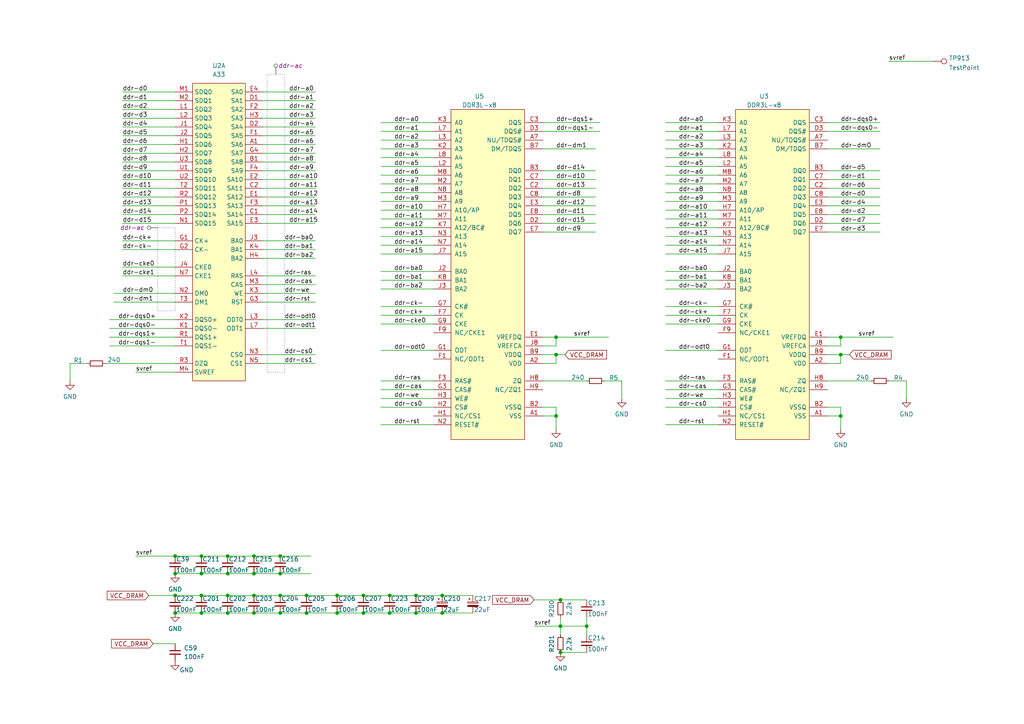
<source format=kicad_sch>
(kicad_sch (version 20250114) (generator "eeschema") (generator_version "9.0")
  (paper "A4")
  (rectangle (start 45.72 66.04) (end 50.8 90.17) (stroke (width 0) (type dot)))
  (rectangle (start 77.47 21.59) (end 82.55 107.95) (stroke (width 0) (type dot)))
  (junction (at 120.65 172.72))
  (junction (at 105.41 177.8))
  (junction (at 81.28 161.29))
  (junction (at 73.66 166.37))
  (junction (at 162.56 173.99))
  (junction (at 58.42 166.37))
  (junction (at 88.9 177.8))
  (junction (at 66.04 161.29))
  (junction (at 81.28 177.8))
  (junction (at 161.29 97.79))
  (junction (at 243.84 97.79))
  (junction (at 120.65 177.8))
  (junction (at 50.8 166.37))
  (junction (at 58.42 161.29))
  (junction (at 66.04 172.72))
  (junction (at 128.27 177.8))
  (junction (at 243.84 120.65))
  (junction (at 162.56 181.61))
  (junction (at 81.28 172.72))
  (junction (at 66.04 177.8))
  (junction (at 81.28 166.37))
  (junction (at 113.03 177.8))
  (junction (at 128.27 172.72))
  (junction (at 66.04 166.37))
  (junction (at 243.84 102.87))
  (junction (at 88.9 172.72))
  (junction (at 97.79 172.72))
  (junction (at 161.29 120.65))
  (junction (at 58.42 177.8))
  (junction (at 50.8 172.72))
  (junction (at 73.66 177.8))
  (junction (at 161.29 102.87))
  (junction (at 58.42 172.72))
  (junction (at 113.03 172.72))
  (junction (at 73.66 161.29))
  (junction (at 105.41 172.72))
  (junction (at 170.18 181.61))
  (junction (at 73.66 172.72))
  (junction (at 162.56 189.23))
  (junction (at 97.79 177.8))
  (junction (at 50.8 161.29))
  (junction (at 50.8 177.8))
  (wire (pts (xy 130.81 -40.64) (xy 146.05 -40.64)))
  (wire (pts (xy 76.2 62.23) (xy 91.44 62.23)))
  (wire (pts (xy 33.02 85.09) (xy 50.8 85.09)))
  (wire (pts (xy 240.03 118.11) (xy 243.84 118.11)))
  (wire (pts (xy 76.2 69.85) (xy 91.44 69.85)))
  (wire (pts (xy 193.04 35.56) (xy 208.28 35.56)))
  (wire (pts (xy 76.2 74.93) (xy 91.44 74.93)))
  (wire (pts (xy 157.48 105.41) (xy 161.29 105.41)))
  (wire (pts (xy 73.66 177.8) (xy 81.28 177.8)))
  (wire (pts (xy 110.49 35.56) (xy 125.73 35.56)))
  (wire (pts (xy 76.2 26.67) (xy 91.44 26.67)))
  (wire (pts (xy 157.48 97.79) (xy 161.29 97.79)))
  (wire (pts (xy 35.56 80.01) (xy 50.8 80.01)))
  (wire (pts (xy 130.81 -27.94) (xy 146.05 -27.94)))
  (wire (pts (xy 157.48 110.49) (xy 170.18 110.49)))
  (wire (pts (xy 110.49 115.57) (xy 125.73 115.57)))
  (wire (pts (xy 31.75 97.79) (xy 50.8 97.79)))
  (wire (pts (xy 120.65 177.8) (xy 128.27 177.8)))
  (wire (pts (xy 157.48 118.11) (xy 161.29 118.11)))
  (wire (pts (xy 35.56 72.39) (xy 50.8 72.39)))
  (wire (pts (xy 110.49 60.96) (xy 125.73 60.96)))
  (wire (pts (xy 240.03 97.79) (xy 243.84 97.79)))
  (wire (pts (xy 31.75 100.33) (xy 50.8 100.33)))
  (wire (pts (xy 243.84 105.41) (xy 243.84 102.87)))
  (wire (pts (xy 110.49 110.49) (xy 125.73 110.49)))
  (wire (pts (xy 35.56 26.67) (xy 50.8 26.67)))
  (wire (pts (xy 130.81 -43.18) (xy 146.05 -43.18)))
  (wire (pts (xy 170.18 179.07) (xy 170.18 181.61)))
  (wire (pts (xy 162.56 189.23) (xy 170.18 189.23)))
  (wire (pts (xy 110.49 66.04) (xy 125.73 66.04)))
  (wire (pts (xy 76.2 87.63) (xy 91.44 87.63)))
  (wire (pts (xy 30.48 105.41) (xy 50.8 105.41)))
  (wire (pts (xy 193.04 66.04) (xy 208.28 66.04)))
  (wire (pts (xy 193.04 38.1) (xy 208.28 38.1)))
  (wire (pts (xy 240.03 102.87) (xy 243.84 102.87)))
  (wire (pts (xy 110.49 113.03) (xy 125.73 113.03)))
  (wire (pts (xy 193.04 43.18) (xy 208.28 43.18)))
  (wire (pts (xy 154.94 181.61) (xy 162.56 181.61)))
  (wire (pts (xy 130.81 -33.02) (xy 146.05 -33.02)))
  (wire (pts (xy 50.8 177.8) (xy 58.42 177.8)))
  (wire (pts (xy 161.29 118.11) (xy 161.29 120.65)))
  (wire (pts (xy 35.56 46.99) (xy 50.8 46.99)))
  (wire (pts (xy 180.34 110.49) (xy 180.34 115.57)))
  (wire (pts (xy 66.04 177.8) (xy 73.66 177.8)))
  (wire (pts (xy 193.04 71.12) (xy 208.28 71.12)))
  (wire (pts (xy 193.04 60.96) (xy 208.28 60.96)))
  (wire (pts (xy 35.56 57.15) (xy 50.8 57.15)))
  (wire (pts (xy 240.03 64.77) (xy 255.27 64.77)))
  (wire (pts (xy 162.56 181.61) (xy 170.18 181.61)))
  (wire (pts (xy 113.03 177.8) (xy 120.65 177.8)))
  (wire (pts (xy 66.04 161.29) (xy 73.66 161.29)))
  (wire (pts (xy 76.2 80.01) (xy 91.44 80.01)))
  (wire (pts (xy 110.49 101.6) (xy 125.73 101.6)))
  (wire (pts (xy 240.03 43.18) (xy 255.27 43.18)))
  (wire (pts (xy 76.2 39.37) (xy 91.44 39.37)))
  (wire (pts (xy 130.81 -45.72) (xy 146.05 -45.72)))
  (wire (pts (xy 193.04 93.98) (xy 208.28 93.98)))
  (wire (pts (xy 35.56 69.85) (xy 50.8 69.85)))
  (wire (pts (xy 120.65 172.72) (xy 128.27 172.72)))
  (wire (pts (xy 35.56 36.83) (xy 50.8 36.83)))
  (wire (pts (xy 35.56 39.37) (xy 50.8 39.37)))
  (wire (pts (xy 43.18 172.72) (xy 50.8 172.72)))
  (wire (pts (xy 73.66 161.29) (xy 81.28 161.29)))
  (wire (pts (xy 35.56 52.07) (xy 50.8 52.07)))
  (wire (pts (xy 110.49 40.64) (xy 125.73 40.64)))
  (wire (pts (xy 157.48 35.56) (xy 173.99 35.56)))
  (wire (pts (xy 193.04 48.26) (xy 208.28 48.26)))
  (wire (pts (xy 243.84 120.65) (xy 243.84 124.46)))
  (wire (pts (xy 240.03 59.69) (xy 255.27 59.69)))
  (wire (pts (xy 193.04 101.6) (xy 208.28 101.6)))
  (wire (pts (xy 130.81 -25.4) (xy 146.05 -25.4)))
  (wire (pts (xy 73.66 166.37) (xy 81.28 166.37)))
  (wire (pts (xy 76.2 102.87) (xy 91.44 102.87)))
  (wire (pts (xy 157.48 54.61) (xy 172.72 54.61)))
  (wire (pts (xy 193.04 115.57) (xy 208.28 115.57)))
  (wire (pts (xy 110.49 68.58) (xy 125.73 68.58)))
  (wire (pts (xy 110.49 81.28) (xy 125.73 81.28)))
  (wire (pts (xy 39.37 161.29) (xy 50.8 161.29)))
  (wire (pts (xy 154.94 173.99) (xy 162.56 173.99)))
  (wire (pts (xy 193.04 68.58) (xy 208.28 68.58)))
  (wire (pts (xy 58.42 161.29) (xy 66.04 161.29)))
  (wire (pts (xy 193.04 53.34) (xy 208.28 53.34)))
  (wire (pts (xy 130.81 -66.04) (xy 146.05 -66.04)))
  (wire (pts (xy 157.48 57.15) (xy 172.72 57.15)))
  (wire (pts (xy 66.04 166.37) (xy 73.66 166.37)))
  (wire (pts (xy 50.8 166.37) (xy 58.42 166.37)))
  (wire (pts (xy 193.04 63.5) (xy 208.28 63.5)))
  (wire (pts (xy 193.04 81.28) (xy 208.28 81.28)))
  (wire (pts (xy 97.79 172.72) (xy 105.41 172.72)))
  (wire (pts (xy 240.03 57.15) (xy 255.27 57.15)))
  (wire (pts (xy 110.49 50.8) (xy 125.73 50.8)))
  (wire (pts (xy 76.2 34.29) (xy 91.44 34.29)))
  (wire (pts (xy 33.02 87.63) (xy 50.8 87.63)))
  (wire (pts (xy 243.84 118.11) (xy 243.84 120.65)))
  (wire (pts (xy 39.37 107.95) (xy 50.8 107.95)))
  (wire (pts (xy 110.49 43.18) (xy 125.73 43.18)))
  (wire (pts (xy 240.03 49.53) (xy 255.27 49.53)))
  (wire (pts (xy 31.75 95.25) (xy 50.8 95.25)))
  (wire (pts (xy 76.2 57.15) (xy 91.44 57.15)))
  (wire (pts (xy 88.9 172.72) (xy 97.79 172.72)))
  (wire (pts (xy 76.2 54.61) (xy 91.44 54.61)))
  (wire (pts (xy 76.2 59.69) (xy 91.44 59.69)))
  (wire (pts (xy 76.2 95.25) (xy 91.44 95.25)))
  (wire (pts (xy 110.49 118.11) (xy 125.73 118.11)))
  (wire (pts (xy 193.04 91.44) (xy 208.28 91.44)))
  (wire (pts (xy 110.49 48.26) (xy 125.73 48.26)))
  (wire (pts (xy 243.84 100.33) (xy 243.84 97.79)))
  (wire (pts (xy 157.48 64.77) (xy 172.72 64.77)))
  (wire (pts (xy 110.49 83.82) (xy 125.73 83.82)))
  (wire (pts (xy 110.49 45.72) (xy 125.73 45.72)))
  (wire (pts (xy 105.41 177.8) (xy 113.03 177.8)))
  (wire (pts (xy 193.04 55.88) (xy 208.28 55.88)))
  (wire (pts (xy 240.03 100.33) (xy 243.84 100.33)))
  (wire (pts (xy 162.56 173.99) (xy 170.18 173.99)))
  (wire (pts (xy 240.03 110.49) (xy 252.73 110.49)))
  (wire (pts (xy 76.2 85.09) (xy 91.44 85.09)))
  (wire (pts (xy 193.04 83.82) (xy 208.28 83.82)))
  (wire (pts (xy 257.81 110.49) (xy 262.89 110.49)))
  (wire (pts (xy 157.48 62.23) (xy 172.72 62.23)))
  (wire (pts (xy 35.56 31.75) (xy 50.8 31.75)))
  (wire (pts (xy 157.48 52.07) (xy 172.72 52.07)))
  (wire (pts (xy 76.2 92.71) (xy 91.44 92.71)))
  (wire (pts (xy 76.2 64.77) (xy 91.44 64.77)))
  (wire (pts (xy 76.2 29.21) (xy 91.44 29.21)))
  (wire (pts (xy 240.03 62.23) (xy 255.27 62.23)))
  (wire (pts (xy 35.56 34.29) (xy 50.8 34.29)))
  (wire (pts (xy 66.04 172.72) (xy 73.66 172.72)))
  (wire (pts (xy 193.04 110.49) (xy 208.28 110.49)))
  (wire (pts (xy 110.49 93.98) (xy 125.73 93.98)))
  (wire (pts (xy 110.49 53.34) (xy 125.73 53.34)))
  (wire (pts (xy 35.56 59.69) (xy 50.8 59.69)))
  (wire (pts (xy 110.49 55.88) (xy 125.73 55.88)))
  (wire (pts (xy 130.81 -30.48) (xy 146.05 -30.48)))
  (wire (pts (xy 157.48 43.18) (xy 172.72 43.18)))
  (wire (pts (xy 35.56 49.53) (xy 50.8 49.53)))
  (wire (pts (xy 243.84 102.87) (xy 246.38 102.87)))
  (wire (pts (xy 81.28 177.8) (xy 88.9 177.8)))
  (wire (pts (xy 35.56 29.21) (xy 50.8 29.21)))
  (wire (pts (xy 240.03 54.61) (xy 255.27 54.61)))
  (wire (pts (xy 76.2 49.53) (xy 91.44 49.53)))
  (wire (pts (xy 76.2 36.83) (xy 91.44 36.83)))
  (wire (pts (xy 58.42 177.8) (xy 66.04 177.8)))
  (wire (pts (xy 193.04 123.19) (xy 208.28 123.19)))
  (wire (pts (xy 105.41 172.72) (xy 113.03 172.72)))
  (wire (pts (xy 58.42 166.37) (xy 66.04 166.37)))
  (wire (pts (xy 110.49 78.74) (xy 125.73 78.74)))
  (wire (pts (xy 193.04 73.66) (xy 208.28 73.66)))
  (wire (pts (xy 110.49 123.19) (xy 125.73 123.19)))
  (wire (pts (xy 35.56 77.47) (xy 50.8 77.47)))
  (wire (pts (xy 76.2 72.39) (xy 91.44 72.39)))
  (wire (pts (xy 175.26 110.49) (xy 180.34 110.49)))
  (wire (pts (xy 20.32 105.41) (xy 20.32 110.49)))
  (wire (pts (xy 128.27 177.8) (xy 137.16 177.8)))
  (wire (pts (xy 35.56 54.61) (xy 50.8 54.61)))
  (wire (pts (xy 240.03 105.41) (xy 243.84 105.41)))
  (wire (pts (xy 35.56 62.23) (xy 50.8 62.23)))
  (wire (pts (xy 81.28 161.29) (xy 90.17 161.29)))
  (wire (pts (xy 128.27 172.72) (xy 137.16 172.72)))
  (wire (pts (xy 88.9 177.8) (xy 97.79 177.8)))
  (wire (pts (xy 35.56 44.45) (xy 50.8 44.45)))
  (wire (pts (xy 161.29 100.33) (xy 161.29 97.79)))
  (wire (pts (xy 157.48 38.1) (xy 173.99 38.1)))
  (wire (pts (xy 130.81 -35.56) (xy 146.05 -35.56)))
  (wire (pts (xy 35.56 64.77) (xy 50.8 64.77)))
  (wire (pts (xy 81.28 166.37) (xy 90.17 166.37)))
  (wire (pts (xy 193.04 88.9) (xy 208.28 88.9)))
  (wire (pts (xy 81.28 172.72) (xy 88.9 172.72)))
  (wire (pts (xy 193.04 50.8) (xy 208.28 50.8)))
  (wire (pts (xy 50.8 172.72) (xy 58.42 172.72)))
  (wire (pts (xy 240.03 67.31) (xy 255.27 67.31)))
  (wire (pts (xy 110.49 58.42) (xy 125.73 58.42)))
  (wire (pts (xy 193.04 58.42) (xy 208.28 58.42)))
  (wire (pts (xy 113.03 172.72) (xy 120.65 172.72)))
  (wire (pts (xy 193.04 118.11) (xy 208.28 118.11)))
  (wire (pts (xy 130.81 -38.1) (xy 146.05 -38.1)))
  (wire (pts (xy 31.75 92.71) (xy 50.8 92.71)))
  (wire (pts (xy 110.49 63.5) (xy 125.73 63.5)))
  (wire (pts (xy 162.56 181.61) (xy 162.56 184.15)))
  (wire (pts (xy 76.2 41.91) (xy 91.44 41.91)))
  (wire (pts (xy 161.29 102.87) (xy 163.83 102.87)))
  (wire (pts (xy 157.48 67.31) (xy 172.72 67.31)))
  (wire (pts (xy 193.04 40.64) (xy 208.28 40.64)))
  (wire (pts (xy 157.48 102.87) (xy 161.29 102.87)))
  (wire (pts (xy 130.81 -60.96) (xy 146.05 -60.96)))
  (wire (pts (xy 193.04 45.72) (xy 208.28 45.72)))
  (wire (pts (xy 161.29 105.41) (xy 161.29 102.87)))
  (wire (pts (xy 162.56 179.07) (xy 162.56 181.61)))
  (wire (pts (xy 157.48 100.33) (xy 161.29 100.33)))
  (wire (pts (xy 193.04 78.74) (xy 208.28 78.74)))
  (wire (pts (xy 243.84 97.79) (xy 259.08 97.79)))
  (wire (pts (xy 44.45 186.69) (xy 50.8 186.69)))
  (wire (pts (xy 110.49 91.44) (xy 125.73 91.44)))
  (wire (pts (xy 110.49 88.9) (xy 125.73 88.9)))
  (wire (pts (xy 193.04 113.03) (xy 208.28 113.03)))
  (wire (pts (xy 76.2 52.07) (xy 91.44 52.07)))
  (wire (pts (xy 76.2 46.99) (xy 91.44 46.99)))
  (wire (pts (xy 73.66 172.72) (xy 81.28 172.72)))
  (wire (pts (xy 240.03 38.1) (xy 255.27 38.1)))
  (wire (pts (xy 35.56 41.91) (xy 50.8 41.91)))
  (wire (pts (xy 110.49 71.12) (xy 125.73 71.12)))
  (wire (pts (xy 240.03 120.65) (xy 243.84 120.65)))
  (wire (pts (xy 240.03 35.56) (xy 255.27 35.56)))
  (wire (pts (xy 157.48 49.53) (xy 172.72 49.53)))
  (wire (pts (xy 161.29 120.65) (xy 161.29 124.46)))
  (wire (pts (xy 130.81 -63.5) (xy 146.05 -63.5)))
  (wire (pts (xy 58.42 172.72) (xy 66.04 172.72)))
  (wire (pts (xy 76.2 31.75) (xy 91.44 31.75)))
  (wire (pts (xy 25.4 105.41) (xy 20.32 105.41)))
  (wire (pts (xy 257.81 17.78) (xy 270.51 17.78)))
  (wire (pts (xy 240.03 52.07) (xy 255.27 52.07)))
  (wire (pts (xy 76.2 44.45) (xy 91.44 44.45)))
  (wire (pts (xy 76.2 105.41) (xy 91.44 105.41)))
  (wire (pts (xy 161.29 97.79) (xy 176.53 97.79)))
  (wire (pts (xy 110.49 73.66) (xy 125.73 73.66)))
  (wire (pts (xy 110.49 38.1) (xy 125.73 38.1)))
  (wire (pts (xy 262.89 110.49) (xy 262.89 115.57)))
  (wire (pts (xy 157.48 120.65) (xy 161.29 120.65)))
  (wire (pts (xy 170.18 184.15) (xy 170.18 181.61)))
  (wire (pts (xy 97.79 177.8) (xy 105.41 177.8)))
  (wire (pts (xy 76.2 82.55) (xy 91.44 82.55)))
  (wire (pts (xy 157.48 59.69) (xy 172.72 59.69)))
  (wire (pts (xy 50.8 161.29) (xy 58.42 161.29)))
  (label "ddr-ba0" (at 134.62 -66.04 0))
  (label "ddr-a3" (at 196.85 43.18 0))
  (label "ddr-a1" (at 196.85 38.1 0))
  (label "ddr-ras" (at 82.55 80.01 0))
  (label "ddr-a14" (at 114.3 71.12 0))
  (label "ddr-dqs0-" (at 34.29 95.25 0))
  (label "ddr-ck+" (at 196.85 91.44 0))
  (label "ddr-rst" (at 114.3 123.19 0))
  (label "ddr-dm1" (at 161.29 43.18 0))
  (label "ddr-dqs0-" (at 243.84 38.1 0))
  (label "ddr-cke1" (at 35.56 80.01 0))
  (label "ddr-a4" (at 196.85 45.72 0))
  (label "ddr-a8" (at 196.85 55.88 0))
  (label "ddr-d0" (at 243.84 57.15 0))
  (label "ddr-d13" (at 161.29 54.61 0))
  (label "ddr-d10" (at 35.56 52.07 0))
  (label "ddr-rst" (at 134.62 -45.72 0))
  (label "ddr-ras" (at 114.3 110.49 0))
  (label "ddr-we" (at 114.3 115.57 0))
  (label "svref" (at 39.37 107.95 0))
  (label "ddr-ras" (at 133.35 -35.56 0))
  (label "ddr-cas" (at 114.3 113.03 0))
  (label "ddr-we" (at 82.55 85.09 0))
  (label "ddr-d7" (at 243.84 64.77 0))
  (label "ddr-rst" (at 82.55 87.63 0))
  (label "ddr-d3" (at 243.84 67.31 0))
  (label "ddr-d11" (at 35.56 54.61 0))
  (label "ddr-cs0" (at 196.85 118.11 0))
  (label "ddr-d2" (at 35.56 31.75 0))
  (label "ddr-a5" (at 196.85 48.26 0))
  (label "ddr-d1" (at 243.84 52.07 0))
  (label "ddr-ba1" (at 134.62 -63.5 0))
  (label "ddr-cas" (at 133.35 -38.1 0))
  (label "ddr-a13" (at 114.3 68.58 0))
  (label "ddr-d7" (at 35.56 44.45 0))
  (label "ddr-dm1" (at 35.56 87.63 0))
  (label "ddr-cs0" (at 82.55 102.87 0))
  (label "ddr-a13" (at 83.82 59.69 0))
  (label "ddr-ba0" (at 82.55 69.85 0))
  (label "ddr-cke0" (at 114.3 93.98 0))
  (label "ddr-a7" (at 83.82 44.45 0))
  (label "ddr-a6" (at 114.3 50.8 0))
  (label "ddr-a2" (at 83.82 31.75 0))
  (label "ddr-ba0" (at 196.85 78.74 0))
  (label "ddr-odt0" (at 196.85 101.6 0))
  (label "ddr-a3" (at 83.82 34.29 0))
  (label "ddr-a8" (at 114.3 55.88 0))
  (label "ddr-d1" (at 35.56 29.21 0))
  (label "ddr-a4" (at 83.82 36.83 0))
  (label "ddr-a6" (at 83.82 41.91 0))
  (label "ddr-d11" (at 161.29 62.23 0))
  (label "ddr-a1" (at 83.82 29.21 0))
  (label "ddr-a11" (at 196.85 63.5 0))
  (label "ddr-ck-" (at 114.3 88.9 0))
  (label "ddr-cas" (at 82.55 82.55 0))
  (label "ddr-a7" (at 196.85 53.34 0))
  (label "ddr-a6" (at 196.85 50.8 0))
  (label "ddr-a15" (at 83.82 64.77 0))
  (label "ddr-dqs1+" (at 34.29 97.79 0))
  (label "ddr-ba1" (at 114.3 81.28 0))
  (label "ddr-a10" (at 83.82 52.07 0))
  (label "ddr-ras" (at 196.85 110.49 0))
  (label "ddr-d14" (at 161.29 49.53 0))
  (label "ddr-a1" (at 114.3 38.1 0))
  (label "ddr-a3" (at 114.3 43.18 0))
  (label "ddr-a12" (at 196.85 66.04 0))
  (label "ddr-d5" (at 243.84 49.53 0))
  (label "ddr-a0" (at 83.82 26.67 0))
  (label "ddr-ck+" (at 35.56 69.85 0))
  (label "ddr-ba2" (at 134.62 -60.96 0))
  (label "ddr-d5" (at 35.56 39.37 0))
  (label "ddr-a11" (at 114.3 63.5 0))
  (label "ddr-odt1" (at 82.55 95.25 0))
  (label "ddr-cke0" (at 196.85 93.98 0))
  (label "ddr-d6" (at 35.56 41.91 0))
  (label "ddr-rst" (at 196.85 123.19 0))
  (label "ddr-a0" (at 114.3 35.56 0))
  (label "ddr-dqs1-" (at 34.29 100.33 0))
  (label "ddr-a8" (at 83.82 46.99 0))
  (label "ddr-a13" (at 196.85 68.58 0))
  (label "ddr-dqs1-" (at 161.29 38.1 0))
  (label "ddr-a14" (at 83.82 62.23 0))
  (label "ddr-ck-" (at 35.56 72.39 0))
  (label "ddr-dqs0+" (at 34.29 92.71 0))
  (label "ddr-dqs0+" (at 243.84 35.56 0))
  (label "ddr-a10" (at 196.85 60.96 0))
  (label "ddr-a14" (at 196.85 71.12 0))
  (label "ddr-odt0" (at 114.3 101.6 0))
  (label "ddr-dm0" (at 35.56 85.09 0))
  (label "ddr-a10" (at 114.3 60.96 0))
  (label "ddr-a9" (at 114.3 58.42 0))
  (label "ddr-d12" (at 161.29 59.69 0))
  (label "svref" (at 248.92 97.79 0))
  (label "ddr-ck-" (at 134.62 -27.94 0))
  (label "svref" (at 39.37 161.29 0))
  (label "ddr-dqs1+" (at 161.29 35.56 0))
  (label "ddr-d9" (at 35.56 49.53 0))
  (label "ddr-a2" (at 114.3 40.64 0))
  (label "ddr-cs0" (at 114.3 118.11 0))
  (label "ddr-ba1" (at 82.55 72.39 0))
  (label "ddr-dm0" (at 243.84 43.18 0))
  (label "ddr-a5" (at 114.3 48.26 0))
  (label "ddr-a15" (at 114.3 73.66 0))
  (label "ddr-ck+" (at 134.62 -30.48 0))
  (label "ddr-d10" (at 161.29 52.07 0))
  (label "ddr-a5" (at 83.82 39.37 0))
  (label "ddr-cs1" (at 82.55 105.41 0))
  (label "ddr-ba0" (at 114.3 78.74 0))
  (label "ddr-a7" (at 114.3 53.34 0))
  (label "ddr-a0" (at 196.85 35.56 0))
  (label "ddr-d9" (at 161.29 67.31 0))
  (label "ddr-a12" (at 114.3 66.04 0))
  (label "svref" (at 154.94 181.61 0))
  (label "ddr-d15" (at 161.29 64.77 0))
  (label "ddr-we" (at 133.35 -40.64 0))
  (label "ddr-a12" (at 83.82 57.15 0))
  (label "ddr-a9" (at 196.85 58.42 0))
  (label "ddr-ba2" (at 114.3 83.82 0))
  (label "ddr-a9" (at 83.82 49.53 0))
  (label "ddr-cs1" (at 134.62 -43.18 0))
  (label "ddr-a4" (at 114.3 45.72 0))
  (label "ddr-d0" (at 35.56 26.67 0))
  (label "ddr-d6" (at 243.84 54.61 0))
  (label "ddr-we" (at 196.85 115.57 0))
  (label "ddr-d4" (at 35.56 36.83 0))
  (label "ddr-cke0" (at 35.56 77.47 0))
  (label "ddr-d8" (at 161.29 57.15 0))
  (label "ddr-cas" (at 196.85 113.03 0))
  (label "ddr-ba1" (at 196.85 81.28 0))
  (label "ddr-d4" (at 243.84 59.69 0))
  (label "ddr-d2" (at 243.84 62.23 0))
  (label "svref" (at 257.81 17.78 0))
  (label "ddr-d15" (at 35.56 64.77 0))
  (label "ddr-ck+" (at 114.3 91.44 0))
  (label "ddr-d13" (at 35.56 59.69 0))
  (label "ddr-ba2" (at 82.55 74.93 0))
  (label "svref" (at 166.37 97.79 0))
  (label "ddr-d12" (at 35.56 57.15 0))
  (label "ddr-a2" (at 196.85 40.64 0))
  (label "ddr-a11" (at 83.82 54.61 0))
  (label "ddr-d14" (at 35.56 62.23 0))
  (label "ddr-d8" (at 35.56 46.99 0))
  (label "ddr-ba2" (at 196.85 83.82 0))
  (label "ddr-odt0" (at 82.55 92.71 0))
  (label "ddr-ck-" (at 196.85 88.9 0))
  (label "ddr-d3" (at 35.56 34.29 0))
  (label "ddr-a15" (at 196.85 73.66 0))
  (global_label "VCC_DRAM" (shape input) (at 43.18 172.72 180) (property "Intersheetrefs" "${INTERSHEET_REFS}" (effects (hide yes))))
  (global_label "VCC_DRAM" (shape input) (at 163.83 102.87 0) (property "Intersheetrefs" "${INTERSHEET_REFS}" (effects (hide yes))))
  (global_label "VCC_DRAM" (shape input) (at 154.94 173.99 180) (property "Intersheetrefs" "${INTERSHEET_REFS}" (effects (hide yes))))
  (global_label "VCC_DRAM" (shape input) (at 246.38 102.87 0) (property "Intersheetrefs" "${INTERSHEET_REFS}" (effects (hide yes))))
  (global_label "VCC_DRAM" (shape input) (at 44.45 186.69 180) (property "Intersheetrefs" "${INTERSHEET_REFS}" (effects (hide yes))))
  (netclass_flag "" (length 2.54) (shape round) (at 45.72 66.04 90) (property "Netclass" "ddr-ac" (at 34.798 66.04 0) (effects (font (italic yes)) (justify left))))
  (netclass_flag "" (length 2.54) (shape round) (at 80.01 21.59 0) (property "Netclass" "ddr-ac" (at 80.7085 19.05 0) (effects (font (italic yes)) (justify left))))
  (symbol (lib_id "Device:C_Polarized_Small") (at 137.16 175.26 0) (unit 1)
    (property "Reference" "C217" (at 137.4351 173.6334 0) (effects (justify left)))
    (property "Value" "22uF" (at 137.3866 176.8195 0) (effects (justify left)))
    (property "Footprint" "Capacitor_Tantalum_SMD:CP_EIA-2012-15_AVX-P" (effects (hide yes)))
  )
  (symbol (lib_id "allwinner:A33") (at 63.5 24.13 0) (unit 1)
    (property "Reference" "U2" (at 63.5 19.05 0))
    (property "Value" "A33" (at 63.5 21.59 0))
    (property "Footprint" "allwinner:BGA-282_17x17_14.0x14.0mm" (effects (hide yes)))
  )
  (symbol (lib_id "Device:C_Small") (at 105.41 175.26 0) (unit 1)
    (property "Reference" "C207" (at 105.6851 173.6334 0) (effects (justify left)))
    (property "Value" "100nF" (at 105.6366 176.8195 0) (effects (justify left)))
    (property "Footprint" "Capacitor_SMD:C_0402_1005Metric" (effects (hide yes)))
  )
  (symbol (lib_id "Device:C_Small") (at 120.65 175.26 0) (unit 1)
    (property "Reference" "C209" (at 120.9251 173.6334 0) (effects (justify left)))
    (property "Value" "100nF" (at 120.8766 176.8195 0) (effects (justify left)))
    (property "Footprint" "Capacitor_SMD:C_0402_1005Metric" (effects (hide yes)))
  )
  (symbol (lib_id "power:GND") (at 262.89 115.57 0) (mirror y) (unit 1)
    (property "Reference" "#PWR020" (effects (hide yes)))
    (property "Value" "GND" (at 262.89 120.1326 0))
  )
  (symbol (lib_id "Device:C_Small") (at 97.79 175.26 0) (unit 1)
    (property "Reference" "C206" (at 98.0651 173.6334 0) (effects (justify left)))
    (property "Value" "100nF" (at 98.0166 176.8195 0) (effects (justify left)))
    (property "Footprint" "Capacitor_SMD:C_0402_1005Metric" (effects (hide yes)))
  )
  (symbol (lib_id "power:GND") (at 180.34 115.57 0) (mirror y) (unit 1)
    (property "Reference" "#PWR041" (effects (hide yes)))
    (property "Value" "GND" (at 180.34 120.1326 0))
  )
  (symbol (lib_id "Device:R_Small") (at 255.27 110.49 270) (mirror x) (unit 1)
    (property "Reference" "R4" (at 260.5427 109.5898 90))
    (property "Value" "240" (at 250.1461 109.4685 90))
    (property "Footprint" "Resistor_SMD:R_0402_1005Metric" (effects (hide yes)))
  )
  (symbol (lib_id "Device:C_Small") (at 113.03 175.26 0) (unit 1)
    (property "Reference" "C223" (at 113.3051 173.6334 0) (effects (justify left)))
    (property "Value" "100nF" (at 113.2566 176.8195 0) (effects (justify left)))
    (property "Footprint" "Capacitor_SMD:C_0402_1005Metric" (effects (hide yes)))
  )
  (symbol (lib_id "Device:R_Small") (at 27.94 105.41 90) (unit 1)
    (property "Reference" "R1" (at 22.6673 104.5098 90))
    (property "Value" "240" (at 33.0639 104.3885 90))
    (property "Footprint" "Resistor_SMD:R_0402_1005Metric" (effects (hide yes)))
  )
  (symbol (lib_id "Device:R_Small") (at 162.56 176.53 180) (unit 1)
    (property "Reference" "R200" (at 160.02 176.53 90))
    (property "Value" "2.2k" (at 165.1 176.53 90))
    (property "Footprint" "Resistor_SMD:R_0402_1005Metric" (effects (hide yes)))
  )
  (symbol (lib_id "Device:C_Small") (at 58.42 163.83 0) (unit 1)
    (property "Reference" "C211" (at 58.6951 162.2034 0) (effects (justify left)))
    (property "Value" "100nF" (at 58.6466 165.3895 0) (effects (justify left)))
    (property "Footprint" "Capacitor_SMD:C_0402_1005Metric" (effects (hide yes)))
  )
  (symbol (lib_id "power:GND") (at 50.8 191.77 0) (unit 1)
    (property "Reference" "#PWR042" (effects (hide yes)))
    (property "Value" "GND" (at 54.102 194.31 0))
  )
  (symbol (lib_id "Device:R_Small") (at 172.72 110.49 270) (mirror x) (unit 1)
    (property "Reference" "R5" (at 177.9927 109.5898 90))
    (property "Value" "240" (at 167.5961 109.4685 90))
    (property "Footprint" "Resistor_SMD:R_0402_1005Metric" (effects (hide yes)))
  )
  (symbol (lib_id "winbond:DDR3L-x8") (at 222.25 81.28 0) (unit 1)
    (property "Reference" "U3" (at 221.615 27.94 0))
    (property "Value" "DDR3L-x8" (at 221.615 30.48 0))
    (property "Footprint" "winbond:BGA-78_9x13_9.0x10.5mm" (effects (hide yes)))
  )
  (symbol (lib_id "winbond:DDR3L-x8") (at 139.7 81.28 0) (unit 1)
    (property "Reference" "U5" (at 139.065 27.94 0))
    (property "Value" "DDR3L-x8" (at 139.065 30.48 0))
    (property "Footprint" "winbond:BGA-78_9x13_9.0x10.5mm" (effects (hide yes)))
  )
  (symbol (lib_id "Device:C_Small") (at 81.28 163.83 0) (unit 1)
    (property "Reference" "C216" (at 81.5551 162.2034 0) (effects (justify left)))
    (property "Value" "100nF" (at 81.5066 165.3895 0) (effects (justify left)))
    (property "Footprint" "Capacitor_SMD:C_0402_1005Metric" (effects (hide yes)))
  )
  (symbol (lib_id "power:GND") (at 161.29 124.46 0) (unit 1)
    (property "Reference" "#PWR040" (effects (hide yes)))
    (property "Value" "GND" (at 161.29 129.0226 0))
  )
  (symbol (lib_id "power:GND") (at 50.8 177.8 0) (unit 1)
    (property "Reference" "#PWR0132" (effects (hide yes)))
    (property "Value" "GND" (at 50.8 182.3626 0))
  )
  (symbol (lib_id "Device:C_Small") (at 66.04 175.26 0) (unit 1)
    (property "Reference" "C202" (at 66.3151 173.6334 0) (effects (justify left)))
    (property "Value" "100nF" (at 66.2666 176.8195 0) (effects (justify left)))
    (property "Footprint" "Capacitor_SMD:C_0402_1005Metric" (effects (hide yes)))
  )
  (symbol (lib_id "Device:C_Small") (at 170.18 186.69 0) (unit 1)
    (property "Reference" "C214" (at 170.4551 185.0634 0) (effects (justify left)))
    (property "Value" "100nF" (at 170.4066 188.2495 0) (effects (justify left)))
    (property "Footprint" "Capacitor_SMD:C_0402_1005Metric" (effects (hide yes)))
  )
  (symbol (lib_id "Device:C_Small") (at 50.8 163.83 0) (unit 1)
    (property "Reference" "C39" (at 51.0751 162.2034 0) (effects (justify left)))
    (property "Value" "100nF" (at 51.0266 165.3895 0) (effects (justify left)))
    (property "Footprint" "Capacitor_SMD:C_0402_1005Metric" (effects (hide yes)))
  )
  (symbol (lib_id "power:GND") (at 243.84 124.46 0) (unit 1)
    (property "Reference" "#PWR019" (effects (hide yes)))
    (property "Value" "GND" (at 243.84 129.0226 0))
  )
  (symbol (lib_id "Device:R_Small") (at 162.56 186.69 180) (unit 1)
    (property "Reference" "R201" (at 160.02 186.69 90))
    (property "Value" "2.2k" (at 165.1 186.69 90))
    (property "Footprint" "Resistor_SMD:R_0402_1005Metric" (effects (hide yes)))
  )
  (symbol (lib_id "power:GND") (at 20.32 110.49 0) (unit 1)
    (property "Reference" "#PWR0104" (effects (hide yes)))
    (property "Value" "GND" (at 20.32 115.0526 0))
  )
  (symbol (lib_id "power:GND") (at 162.56 189.23 0) (unit 1)
    (property "Reference" "#PWR0165" (effects (hide yes)))
    (property "Value" "GND" (at 162.56 193.7926 0))
  )
  (symbol (lib_id "Device:C_Small") (at 73.66 163.83 0) (unit 1)
    (property "Reference" "C215" (at 73.9351 162.2034 0) (effects (justify left)))
    (property "Value" "100nF" (at 73.8866 165.3895 0) (effects (justify left)))
    (property "Footprint" "Capacitor_SMD:C_0402_1005Metric" (effects (hide yes)))
  )
  (symbol (lib_id "Device:C_Small") (at 50.8 175.26 0) (unit 1)
    (property "Reference" "C222" (at 51.0751 173.6334 0) (effects (justify left)))
    (property "Value" "100nF" (at 51.0266 176.8195 0) (effects (justify left)))
    (property "Footprint" "Capacitor_SMD:C_0402_1005Metric" (effects (hide yes)))
  )
  (symbol (lib_id "Device:C_Small") (at 88.9 175.26 0) (unit 1)
    (property "Reference" "C205" (at 89.1751 173.6334 0) (effects (justify left)))
    (property "Value" "100nF" (at 89.1266 176.8195 0) (effects (justify left)))
    (property "Footprint" "Capacitor_SMD:C_0402_1005Metric" (effects (hide yes)))
  )
  (symbol (lib_id "Device:C_Small") (at 50.8 189.23 0) (unit 1)
    (property "Reference" "C59" (at 53.34 187.96 0) (effects (justify left)))
    (property "Value" "100nF" (at 53.34 190.5 0) (effects (justify left)))
    (property "Footprint" "Capacitor_SMD:C_0402_1005Metric" (effects (hide yes)))
  )
  (symbol (lib_id "Device:C_Polarized_Small") (at 128.27 175.26 0) (unit 1)
    (property "Reference" "C210" (at 128.5451 173.6334 0) (effects (justify left)))
    (property "Value" "22uF" (at 128.4966 176.8195 0) (effects (justify left)))
    (property "Footprint" "Capacitor_Tantalum_SMD:CP_EIA-2012-15_AVX-P" (effects (hide yes)))
  )
  (symbol (lib_id "Device:C_Small") (at 58.42 175.26 0) (unit 1)
    (property "Reference" "C201" (at 58.6951 173.6334 0) (effects (justify left)))
    (property "Value" "100nF" (at 58.6466 176.8195 0) (effects (justify left)))
    (property "Footprint" "Capacitor_SMD:C_0402_1005Metric" (effects (hide yes)))
  )
  (symbol (lib_id "Device:C_Small") (at 73.66 175.26 0) (unit 1)
    (property "Reference" "C203" (at 73.9351 173.6334 0) (effects (justify left)))
    (property "Value" "100nF" (at 73.8866 176.8195 0) (effects (justify left)))
    (property "Footprint" "Capacitor_SMD:C_0402_1005Metric" (effects (hide yes)))
  )
  (symbol (lib_id "Connector:TestPoint") (at 270.51 17.78 270) (unit 1)
    (property "Reference" "TP913" (at 275.2091 16.8715 90) (effects (justify left)))
    (property "Value" "TestPoint" (at 275.2091 19.6466 90) (effects (justify left)))
    (property "Footprint" "TestPoint:TestPoint_Pad_D1.0mm" (effects (hide yes)))
  )
  (symbol (lib_id "power:GND") (at 50.8 166.37 0) (unit 1)
    (property "Reference" "#PWR0131" (effects (hide yes)))
    (property "Value" "GND" (at 50.8 170.9326 0))
  )
  (symbol (lib_id "Device:C_Small") (at 170.18 176.53 0) (unit 1)
    (property "Reference" "C213" (at 170.4551 174.9034 0) (effects (justify left)))
    (property "Value" "100nF" (at 170.4066 178.0895 0) (effects (justify left)))
    (property "Footprint" "Capacitor_SMD:C_0402_1005Metric" (effects (hide yes)))
  )
  (symbol (lib_id "Device:C_Small") (at 66.04 163.83 0) (unit 1)
    (property "Reference" "C212" (at 66.3151 162.2034 0) (effects (justify left)))
    (property "Value" "100nF" (at 66.2666 165.3895 0) (effects (justify left)))
    (property "Footprint" "Capacitor_SMD:C_0402_1005Metric" (effects (hide yes)))
  )
  (symbol (lib_id "Device:C_Small") (at 81.28 175.26 0) (unit 1)
    (property "Reference" "C204" (at 81.5551 173.6334 0) (effects (justify left)))
    (property "Value" "100nF" (at 81.5066 176.8195 0) (effects (justify left)))
    (property "Footprint" "Capacitor_SMD:C_0402_1005Metric" (effects (hide yes)))
  )
)
</source>
